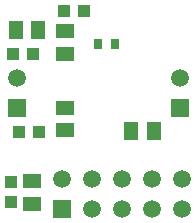
<source format=gbr>
%FSDAX24Y24*%
%MOIN*%
%SFA1B1*%

%IPPOS*%
%ADD10R,0.043300X0.039400*%
%ADD15R,0.059100X0.051200*%
%ADD16R,0.039400X0.043300*%
%ADD20R,0.059100X0.059100*%
%ADD21C,0.059100*%
%ADD22R,0.059100X0.059100*%
%ADD25R,0.031500X0.035400*%
%ADD26R,0.051200X0.059100*%
%LNde-120418_pads_bot-1*%
%LPD*%
G54D10*
X034515Y020250D03*
X035185D03*
X034315Y022850D03*
X034985D03*
X036015Y024300D03*
X036685D03*
G54D15*
X034950Y018624D03*
Y017876D03*
X036050Y020326D03*
Y021074D03*
Y023624D03*
Y022876D03*
G54D16*
X034250Y018585D03*
Y017915D03*
G54D20*
X034450Y021050D03*
X039900D03*
G54D21*
X034450Y022050D03*
X039950Y018700D03*
Y017700D03*
X038950Y018700D03*
Y017700D03*
X037950Y018700D03*
Y017700D03*
X036950Y018700D03*
Y017700D03*
X035950Y018700D03*
X039900Y022050D03*
G54D22*
X035950Y017700D03*
G54D25*
X037174Y023200D03*
X037726D03*
G54D26*
X039024Y020300D03*
X038276D03*
X035174Y023650D03*
X034426D03*
M02*
</source>
